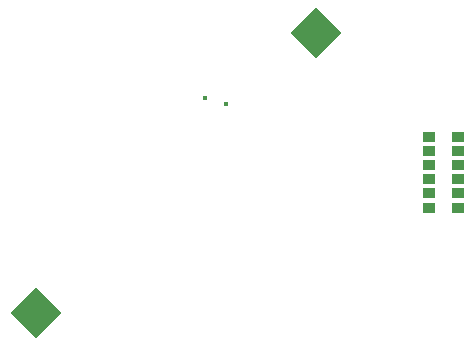
<source format=gbr>
%TF.GenerationSoftware,Altium Limited,Altium Designer,21.9.1 (22)*%
G04 Layer_Color=128*
%FSLAX45Y45*%
%MOMM*%
%TF.SameCoordinates,430BEF64-33ED-46D9-BD69-C1E45A4CD6A6*%
%TF.FilePolarity,Positive*%
%TF.FileFunction,Paste,Bot*%
%TF.Part,Single*%
G01*
G75*
%TA.AperFunction,SMDPad,CuDef*%
%ADD10C,0.40000*%
%TA.AperFunction,ConnectorPad*%
%ADD56R,1.00000X0.90000*%
%TA.AperFunction,SMDPad,CuDef*%
%ADD57P,4.24264X4X90.0*%
D10*
X1920000Y2080000D02*
D03*
X1740000Y2130000D02*
D03*
D56*
X3887600Y1804500D02*
D03*
Y1684500D02*
D03*
Y1564500D02*
D03*
Y1444500D02*
D03*
Y1324500D02*
D03*
Y1204500D02*
D03*
X3640000D02*
D03*
Y1324500D02*
D03*
Y1444500D02*
D03*
Y1684500D02*
D03*
Y1804500D02*
D03*
Y1564500D02*
D03*
D57*
X2685394Y2685394D02*
D03*
X314606Y314606D02*
D03*
%TF.MD5,93da427d4bb48dcea0648a59215ffab6*%
M02*

</source>
